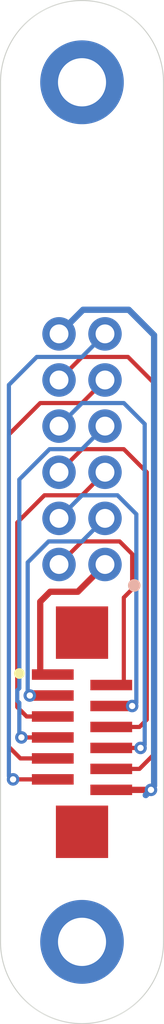
<source format=kicad_pcb>
(kicad_pcb (version 20240108) (generator "pcbnew") (generator_version "8.0")
  (layers (0 "F.Cu" signal) (31 "B.Cu" signal) (34 "B.Paste" user) (35 "F.Paste" user) (36 "B.SilkS" user "B.Silkscreen") (37 "F.SilkS" user "F.Silkscreen") (38 "B.Mask" user) (39 "F.Mask" user) (44 "Edge.Cuts" user))
  (net 0 "")
  (net 1 "GND")
  (footprint "zzkeeb:Hole_M2-TH" (layer "F.Cu") (at 74 43.4)
    (property "Reference" "H3" (hide yes))
    (property "Value" "MountingHole" (hide yes))
    (pad "" thru_hole circle (at 0 0) (size 4 4) (drill 2.3) (layers "*.Cu" "*.Mask"))
  )
  (footprint "zzkeeb:Hole_M2-TH" (layer "F.Cu") (at 74 84.4)
    (property "Reference" "H4" (hide yes))
    (property "Value" "MountingHole" (hide yes))
    (pad "" thru_hole circle (at 0 0) (size 4 4) (drill 2.3) (layers "*.Cu" "*.Mask"))
  )
  (footprint "zzkeeb:Connector_FFC-12pin-0.5mm-vertical" (layer "F.Cu") (at 74 74.4)
    (property "Reference" "J9" (hide yes))
    (property "Value" "Conn_01x12_Socket" (hide yes))
    (fp_circle (center -3 -2.8) (end -2.873 -2.8) (stroke (width 0.254)) (fill solid) (layer "F.SilkS"))
    (pad "" smd rect (at 0 -4.75) (size 2.5 2.5) (layers "F.Cu" "F.Paste" "F.Mask"))
    (pad "" smd rect (at 0 4.75) (size 2.5 2.5) (layers "F.Cu" "F.Paste" "F.Mask"))
    (pad "1" smd custom (at -1.9 -2.75 180) (size 1 0.5) (layers "F.Cu" "F.Paste" "F.Mask") (options (clearance outline) (anchor rect)) (primitives (gr_poly (pts (xy -1.5 0.25) (xy -0.5 0.25) (xy -0.5 -0.25) (xy -1.5 -0.25)) (width 0) (fill yes))))
    (pad "2" smd custom (at 1.9 -2.25) (size 1 0.5) (layers "F.Cu" "F.Paste" "F.Mask") (options (clearance outline) (anchor rect)) (primitives (gr_poly (pts (xy -1.5 0.25) (xy -0.5 0.25) (xy -0.5 -0.25) (xy -1.5 -0.25)) (width 0) (fill yes))))
    (pad "3" smd custom (at -1.9 -1.75 180) (size 1 0.5) (layers "F.Cu" "F.Paste" "F.Mask") (options (clearance outline) (anchor rect)) (primitives (gr_poly (pts (xy -1.5 0.25) (xy -0.5 0.25) (xy -0.5 -0.25) (xy -1.5 -0.25)) (width 0) (fill yes))))
    (pad "4" smd custom (at 1.9 -1.25) (size 1 0.5) (layers "F.Cu" "F.Paste" "F.Mask") (options (clearance outline) (anchor rect)) (primitives (gr_poly (pts (xy -1.5 0.25) (xy -0.5 0.25) (xy -0.5 -0.25) (xy -1.5 -0.25)) (width 0) (fill yes))))
    (pad "5" smd custom (at -1.9 -0.75 180) (size 1 0.5) (layers "F.Cu" "F.Paste" "F.Mask") (options (clearance outline) (anchor rect)) (primitives (gr_poly (pts (xy -1.5 0.25) (xy -0.5 0.25) (xy -0.5 -0.25) (xy -1.5 -0.25)) (width 0) (fill yes))))
    (pad "6" smd custom (at 1.9 -0.25) (size 1 0.5) (layers "F.Cu" "F.Paste" "F.Mask") (options (clearance outline) (anchor rect)) (primitives (gr_poly (pts (xy -1.5 0.25) (xy -0.5 0.25) (xy -0.5 -0.25) (xy -1.5 -0.25)) (width 0) (fill yes))))
    (pad "7" smd rect (at -1.4 0.25 270) (size 0.5 2) (layers "F.Cu" "F.Paste" "F.Mask"))
    (pad "8" smd custom (at 1.9 0.75) (size 1 0.5) (layers "F.Cu" "F.Paste" "F.Mask") (options (clearance outline) (anchor rect)) (primitives (gr_poly (pts (xy -1.5 0.25) (xy -0.5 0.25) (xy -0.5 -0.25) (xy -1.5 -0.25)) (width 0) (fill yes))))
    (pad "9" smd custom (at -1.9 1.25 180) (size 1 0.5) (layers "F.Cu" "F.Paste" "F.Mask") (options (clearance outline) (anchor rect)) (primitives (gr_poly (pts (xy -1.5 0.25) (xy -0.5 0.25) (xy -0.5 -0.25) (xy -1.5 -0.25)) (width 0) (fill yes))))
    (pad "10" smd custom (at 1.9 1.75) (size 1 0.5) (layers "F.Cu" "F.Paste" "F.Mask") (options (clearance outline) (anchor rect)) (primitives (gr_poly (pts (xy -1.5 0.25) (xy -0.5 0.25) (xy -0.5 -0.25) (xy -1.5 -0.25)) (width 0) (fill yes))))
    (pad "11" smd custom (at -1.9 2.25 180) (size 1 0.5) (layers "F.Cu" "F.Paste" "F.Mask") (options (clearance outline) (anchor rect)) (primitives (gr_poly (pts (xy -1.5 0.25) (xy -0.5 0.25) (xy -0.5 -0.25) (xy -1.5 -0.25)) (width 0) (fill yes))))
    (pad "12" smd custom (at 1.9 2.75) (size 1 0.5) (layers "F.Cu" "F.Paste" "F.Mask") (net 1 "GND") (options (clearance outline) (anchor rect)) (primitives (gr_poly (pts (xy -1.5 0.25) (xy -0.5 0.25) (xy -0.5 -0.25) (xy -1.5 -0.25)) (width 0) (fill yes))))
  )
  (footprint "zzkeeb:Connector_Magnetic-12pin" (layer "B.Cu") (at 74 60.9 180)
    (property "Reference" "J11" (hide yes))
    (property "Value" "Conn_01x12_Socket" (hide yes))
    (fp_circle (center -2.5 -6.5) (end -2.25 -6.5) (stroke (width 0.1)) (fill solid) (layer "B.SilkS"))
    (fp_circle (center -2.5 -6.5) (end -2.25 -6.5) (stroke (width 0.1)) (fill solid) (layer "F.SilkS"))
    (pad "1" thru_hole circle (at -1.1 -5.5) (size 1.6 1.6) (drill 0.9) (layers "*.Cu" "*.Mask"))
    (pad "2" thru_hole circle (at 1.1 -5.5) (size 1.6 1.6) (drill 0.9) (layers "*.Cu" "*.Mask"))
    (pad "3" thru_hole circle (at -1.1 -3.3) (size 1.6 1.6) (drill 0.9) (layers "*.Cu" "*.Mask"))
    (pad "4" thru_hole circle (at 1.1 -3.3) (size 1.6 1.6) (drill 0.9) (layers "*.Cu" "*.Mask"))
    (pad "5" thru_hole circle (at -1.1 -1.1) (size 1.6 1.6) (drill 0.9) (layers "*.Cu" "*.Mask"))
    (pad "6" thru_hole circle (at 1.1 -1.1) (size 1.6 1.6) (drill 0.9) (layers "*.Cu" "*.Mask"))
    (pad "7" thru_hole circle (at -1.1 1.1) (size 1.6 1.6) (drill 0.9) (layers "*.Cu" "*.Mask"))
    (pad "8" thru_hole circle (at 1.1 1.1) (size 1.6 1.6) (drill 0.9) (layers "*.Cu" "*.Mask"))
    (pad "9" thru_hole circle (at -1.1 3.3) (size 1.6 1.6) (drill 0.9) (layers "*.Cu" "*.Mask"))
    (pad "10" thru_hole circle (at 1.1 3.3) (size 1.6 1.6) (drill 0.9) (layers "*.Cu" "*.Mask"))
    (pad "11" thru_hole circle (at -1.1 5.5) (size 1.6 1.6) (drill 0.9) (layers "*.Cu" "*.Mask"))
    (pad "12" thru_hole circle (at 1.1 5.5) (size 1.6 1.6) (drill 0.9) (layers "*.Cu" "*.Mask") (net 1 "GND"))
  )
  (gr_line (start 70.1 78.4) (end 70.1 54.4) (stroke (width 0.05)) (layer "Edge.Cuts"))
  (gr_line (start 77.9 43.4) (end 77.9 84.4) (stroke (width 0.05)) (layer "Edge.Cuts"))
  (gr_arc (start 70.1 43.4) (mid 74 39.5) (end 77.9 43.4) (stroke (width 0.05)) (layer "Edge.Cuts"))
  (gr_line (start 70.1 54.4) (end 70.1 43.4) (stroke (width 0.05)) (layer "Edge.Cuts"))
  (gr_arc (start 77.9 84.4) (mid 74 88.3) (end 70.1 84.4) (stroke (width 0.05)) (layer "Edge.Cuts"))
  (gr_line (start 70.1 78.4) (end 70.1 84.4) (stroke (width 0.05)) (layer "Edge.Cuts"))
  (segment (start 70.9 64.4) (end 72.2 63.1) (width 0.2) (layer "F.Cu") (net 0))
  (segment (start 70.75 76.65) (end 72.1 76.65) (width 0.2) (layer "F.Cu") (net 0))
  (segment (start 73.8 67.7) (end 75.1 66.4) (width 0.3) (layer "F.Cu") (net 0))
  (segment (start 75.9 74.15) (end 76.75 74.15) (width 0.2) (layer "F.Cu") (net 0))
  (segment (start 70.5 60.200001) (end 72.000001 58.7) (width 0.2) (layer "F.Cu") (net 0))
  (segment (start 76.75 75.15) (end 75.9 75.15) (width 0.2) (layer "F.Cu") (net 0))
  (segment (start 76.8 75.2) (end 76.75 75.15) (width 0.2) (layer "F.Cu") (net 0))
  (segment (start 72 68.175) (end 72.475 67.7) (width 0.3) (layer "F.Cu") (net 0))
  (segment (start 72.475 67.7) (end 73.8 67.7) (width 0.3) (layer "F.Cu") (net 0))
  (segment (start 72.1 75.65) (end 71.05 75.65) (width 0.2) (layer "F.Cu") (net 0))
  (segment (start 77.5 75.4) (end 77.5 57.8) (width 0.2) (layer "F.Cu") (net 0))
  (segment (start 70.7 76.7) (end 70.75 76.65) (width 0.2) (layer "F.Cu") (net 0))
  (segment (start 74 60.9) (end 72.9 62) (width 0.2) (layer "F.Cu") (net 0))
  (segment (start 76.4 73.2) (end 75.95 73.2) (width 0.2) (layer "F.Cu") (net 0))
  (segment (start 72 71.55) (end 72 68.175) (width 0.3) (layer "F.Cu") (net 0))
  (segment (start 70.9 73.2) (end 70.9 64.4) (width 0.2) (layer "F.Cu") (net 0))
  (segment (start 72.2 63.1) (end 74 63.1) (width 0.2) (layer "F.Cu") (net 0))
  (segment (start 76.2 56.5) (end 74 56.5) (width 0.2) (layer "F.Cu") (net 0))
  (segment (start 76.4 67.577818) (end 76.4 65.9) (width 0.2) (layer "F.Cu") (net 0))
  (segment (start 76 60.9) (end 74 60.9) (width 0.2) (layer "F.Cu") (net 0))
  (segment (start 75.8 65.3) (end 74 65.3) (width 0.2) (layer "F.Cu") (net 0))
  (segment (start 74 63.1) (end 75.1 62) (width 0.2) (layer "F.Cu") (net 0))
  (segment (start 74 58.7) (end 75.1 57.6) (width 0.2) (layer "F.Cu") (net 0))
  (segment (start 71.35 73.65) (end 70.9 73.2) (width 0.2) (layer "F.Cu") (net 0))
  (segment (start 76.75 74.15) (end 77.1 73.8) (width 0.2) (layer "F.Cu") (net 0))
  (segment (start 76 72.05) (end 76 67.977818) (width 0.2) (layer "F.Cu") (net 0))
  (segment (start 76.4 65.9) (end 75.8 65.3) (width 0.2) (layer "F.Cu") (net 0))
  (segment (start 70.7 76.65) (end 70.7 76.7) (width 0.2) (layer "F.Cu") (net 0))
  (segment (start 75.9 72.15) (end 76 72.05) (width 0.2) (layer "F.Cu") (net 0))
  (segment (start 77.1 62) (end 76 60.9) (width 0.2) (layer "F.Cu") (net 0))
  (segment (start 71.1 74.65) (end 72.6 74.65) (width 0.2) (layer "F.Cu") (net 0))
  (segment (start 74 65.3) (end 72.9 66.4) (width 0.2) (layer "F.Cu") (net 0))
  (segment (start 74 56.5) (end 72.9 57.6) (width 0.2) (layer "F.Cu") (net 0))
  (segment (start 76.75 76.15) (end 77.5 75.4) (width 0.2) (layer "F.Cu") (net 0))
  (segment (start 75.95 73.2) (end 75.9 73.15) (width 0.2) (layer "F.Cu") (net 0))
  (segment (start 75.9 76.15) (end 76.75 76.15) (width 0.2) (layer "F.Cu") (net 0))
  (segment (start 72.1 71.65) (end 72 71.55) (width 0.3) (layer "F.Cu") (net 0))
  (segment (start 77.5 57.8) (end 76.2 56.5) (width 0.2) (layer "F.Cu") (net 0))
  (segment (start 71.05 75.65) (end 70.5 75.1) (width 0.2) (layer "F.Cu") (net 0))
  (segment (start 76 67.977818) (end 76.4 67.577818) (width 0.2) (layer "F.Cu") (net 0))
  (segment (start 77.1 73.8) (end 77.1 62) (width 0.2) (layer "F.Cu") (net 0))
  (segment (start 72.000001 58.7) (end 74 58.7) (width 0.2) (layer "F.Cu") (net 0))
  (segment (start 72.1 73.65) (end 71.35 73.65) (width 0.2) (layer "F.Cu") (net 0))
  (segment (start 70.5 75.1) (end 70.5 60.200001) (width 0.2) (layer "F.Cu") (net 0))
  (via (at 71.1 74.65) (size 0.6) (drill 0.3) (layers "F.Cu" "B.Cu") (net 0))
  (via (at 71.5 72.65) (size 0.6) (drill 0.3) (layers "F.Cu" "B.Cu") (net 0))
  (via (at 76.8 75.15) (size 0.6) (drill 0.3) (layers "F.Cu" "B.Cu") (net 0))
  (via (at 76.4 73.15) (size 0.6) (drill 0.3) (layers "F.Cu" "B.Cu") (net 0))
  (via (at 70.7 76.65) (size 0.6) (drill 0.3) (layers "F.Cu" "B.Cu") (net 0))
  (segment (start 70.5 57.834315) (end 71.834315 56.5) (width 0.2) (layer "B.Cu") (net 0))
  (segment (start 70.9 72.898529) (end 70.9 72.401471) (width 0.2) (layer "B.Cu") (net 0))
  (segment (start 76.8 75.2) (end 77 75) (width 0.2) (layer "B.Cu") (net 0))
  (segment (start 70.5 76.5) (end 70.5 57.834315) (width 0.2) (layer "B.Cu") (net 0))
  (segment (start 74 63.1) (end 72.9 64.2) (width 0.2) (layer "B.Cu") (net 0))
  (segment (start 76.6 64) (end 75.7 63.1) (width 0.2) (layer "B.Cu") (net 0))
  (segment (start 72.4 65.3) (end 74 65.3) (width 0.2) (layer "B.Cu") (net 0))
  (segment (start 74 65.3) (end 75.1 64.2) (width 0.2) (layer "B.Cu") (net 0))
  (segment (start 74 58.7) (end 72.9 59.8) (width 0.2) (layer "B.Cu") (net 0))
  (segment (start 71 72.998529) (end 70.9 72.898529) (width 0.2) (layer "B.Cu") (net 0))
  (segment (start 76 58.7) (end 74 58.7) (width 0.2) (layer "B.Cu") (net 0))
  (segment (start 71.5 72.65) (end 71.4 72.55) (width 0.2) (layer "B.Cu") (net 0))
  (segment (start 74 56.5) (end 75.1 55.4) (width 0.2) (layer "B.Cu") (net 0))
  (segment (start 71.4 72.55) (end 71.4 66.3) (width 0.2) (layer "B.Cu") (net 0))
  (segment (start 72.444366 60.9) (end 74 60.9) (width 0.2) (layer "B.Cu") (net 0))
  (segment (start 77 75) (end 77 59.7) (width 0.2) (layer "B.Cu") (net 0))
  (segment (start 75.7 63.1) (end 74 63.1) (width 0.2) (layer "B.Cu") (net 0))
  (segment (start 71.1 74.7) (end 71.1 74.65) (width 0.2) (layer "B.Cu") (net 0))
  (segment (start 71 74.55) (end 71 72.998529) (width 0.2) (layer "B.Cu") (net 0))
  (segment (start 70.7 76.7) (end 70.5 76.5) (width 0.2) (layer "B.Cu") (net 0))
  (segment (start 77 59.7) (end 76 58.7) (width 0.2) (layer "B.Cu") (net 0))
  (segment (start 71.000001 62.344365) (end 72.444366 60.9) (width 0.2) (layer "B.Cu") (net 0))
  (segment (start 76.6 73) (end 76.6 64) (width 0.2) (layer "B.Cu") (net 0))
  (segment (start 71.834315 56.5) (end 74 56.5) (width 0.2) (layer "B.Cu") (net 0))
  (segment (start 71 72.301471) (end 71 62.344366) (width 0.2) (layer "B.Cu") (net 0))
  (segment (start 71 62.344365) (end 71.000001 62.344365) (width 0.2) (layer "B.Cu") (net 0))
  (segment (start 74 60.9) (end 75.1 59.8) (width 0.2) (layer "B.Cu") (net 0))
  (segment (start 71.1 74.65) (end 71 74.55) (width 0.2) (layer "B.Cu") (net 0))
  (segment (start 76.4 73.2) (end 76.6 73) (width 0.2) (layer "B.Cu") (net 0))
  (segment (start 70.9 72.401471) (end 71 72.301471) (width 0.2) (layer "B.Cu") (net 0))
  (segment (start 71.4 66.3) (end 72.4 65.3) (width 0.2) (layer "B.Cu") (net 0))
  (segment (start 77.25 77.15) (end 75.9 77.15) (width 0.3) (layer "F.Cu") (net 1))
  (segment (start 77.3 77.1) (end 77.25 77.15) (width 0.3) (layer "F.Cu") (net 1))
  (via (at 77.3 77.15) (size 0.6) (drill 0.3) (layers "F.Cu" "B.Cu") (net 1))
  (segment (start 77.3 77.1) (end 77.45 76.95) (width 0.3) (layer "B.Cu") (net 1))
  (segment (start 76.2375 54.25) (end 74.05 54.25) (width 0.3) (layer "B.Cu") (net 1))
  (segment (start 77.45 55.4625) (end 76.2375 54.25) (width 0.3) (layer "B.Cu") (net 1))
  (segment (start 77.3 77.15) (end 77.05 77.4) (width 0.3) (layer "B.Cu") (net 1))
  (segment (start 74.05 54.25) (end 72.9 55.4) (width 0.3) (layer "B.Cu") (net 1))
  (segment (start 77.45 76.95) (end 77.45 55.4625) (width 0.3) (layer "B.Cu") (net 1))
)
</source>
